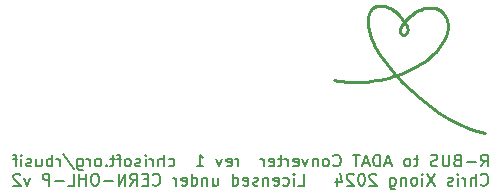
<source format=gbr>
From 11424e61e0315c527d740a2c19b01d88b3a6c7f0 Mon Sep 17 00:00:00 2001
From: Chris Xiong <chirs241097@gmail.com>
Date: Sat, 17 Feb 2024 19:04:54 -0500
Subject: Initial commit for rev 1 board.

---
 out/rbus-adat-B_Silkscreen.gbr | 1821 ++++++++++++++++++++++++++++++++++++++++
 1 file changed, 1821 insertions(+)
 create mode 100644 out/rbus-adat-B_Silkscreen.gbr

(limited to 'out/rbus-adat-B_Silkscreen.gbr')

diff --git a/out/rbus-adat-B_Silkscreen.gbr b/out/rbus-adat-B_Silkscreen.gbr
new file mode 100644
index 0000000..64c42af
--- /dev/null
+++ b/out/rbus-adat-B_Silkscreen.gbr
@@ -0,0 +1,1821 @@
+%TF.GenerationSoftware,KiCad,Pcbnew,7.0.10*%
+%TF.CreationDate,2024-02-17T01:46:53-05:00*%
+%TF.ProjectId,rbus-adat,72627573-2d61-4646-9174-2e6b69636164,0*%
+%TF.SameCoordinates,Original*%
+%TF.FileFunction,Legend,Bot*%
+%TF.FilePolarity,Positive*%
+%FSLAX46Y46*%
+G04 Gerber Fmt 4.6, Leading zero omitted, Abs format (unit mm)*
+G04 Created by KiCad (PCBNEW 7.0.10) date 2024-02-17 01:46:53*
+%MOMM*%
+%LPD*%
+G01*
+G04 APERTURE LIST*
+%ADD10C,0.240000*%
+%ADD11C,0.150000*%
+G04 APERTURE END LIST*
+D10*
+X153791542Y-80981282D02*
+X153745875Y-81031136D01*
+X157286733Y-80661619D02*
+X157270017Y-80763017D01*
+X155811437Y-78799717D02*
+X155937687Y-78799651D01*
+X153306705Y-80948051D02*
+X153290616Y-80916605D01*
+X151790474Y-78653941D02*
+X151864968Y-78668960D01*
+X148000000Y-85000000D02*
+X147677589Y-84934025D01*
+X153276833Y-80882542D02*
+X153265760Y-80845789D01*
+X157119735Y-81251344D02*
+X156995974Y-81526772D01*
+X157297926Y-80561036D02*
+X157286733Y-80661619D01*
+X152017014Y-78710456D02*
+X152160008Y-78759223D01*
+X153771578Y-80237640D02*
+X153807336Y-80310619D01*
+X149020807Y-85113538D02*
+X148672733Y-85089563D01*
+X153252860Y-80718680D02*
+X153256684Y-80670454D01*
+X156898246Y-79271344D02*
+X156953093Y-79338303D01*
+X153364749Y-81027393D02*
+X153344176Y-81003373D01*
+X153549014Y-81154156D02*
+X153519892Y-81141595D01*
+X156273798Y-78855209D02*
+X156353128Y-78882729D01*
+X150807009Y-81391619D02*
+X150686271Y-81047869D01*
+X156680811Y-82051735D02*
+X156491657Y-82300882D01*
+X153653109Y-81103026D02*
+X153612237Y-81126393D01*
+X155549485Y-78822465D02*
+X155681983Y-78807127D01*
+X151138522Y-82104477D02*
+X150958318Y-81744301D01*
+X153896812Y-80673627D02*
+X153894511Y-80722428D01*
+X150464917Y-85075261D02*
+X150098365Y-85104569D01*
+X150641082Y-79302340D02*
+X150671050Y-79226647D01*
+X150912387Y-78870934D02*
+X150961957Y-78827644D01*
+X153018487Y-84521577D02*
+X152662877Y-84636659D01*
+X151578892Y-82841549D02*
+X151138522Y-82104477D01*
+X149734747Y-85120847D02*
+X149375186Y-85123902D01*
+X153888215Y-80566330D02*
+X153894843Y-80621622D01*
+X153859428Y-80445548D02*
+X153876540Y-80507666D01*
+X155754903Y-87127632D02*
+X154943470Y-86487096D01*
+X153745875Y-81031136D02*
+X153698693Y-81071496D01*
+X153807336Y-80310619D02*
+X153836489Y-80379894D01*
+X153438808Y-80243568D02*
+X153491884Y-80168969D01*
+X150570696Y-79558433D02*
+X150590807Y-79468189D01*
+X156995974Y-81526772D02*
+X156849291Y-81793633D01*
+X154092075Y-79540276D02*
+X154246263Y-79413560D01*
+X153393307Y-80314621D02*
+X153438808Y-80243568D01*
+X153368037Y-84395018D02*
+X153018487Y-84521577D01*
+X153612237Y-81126393D02*
+X153579189Y-81142260D01*
+X155550794Y-83204047D02*
+X155275137Y-83405512D01*
+X150671050Y-79226647D02*
+X150704111Y-79155715D01*
+X153298204Y-80507213D02*
+X153323411Y-80446372D01*
+X152160008Y-78759223D02*
+X152293536Y-78811320D01*
+X153265760Y-80845789D02*
+X153257804Y-80806276D01*
+X152645394Y-78989469D02*
+X152749127Y-79056765D01*
+X150686271Y-81047869D02*
+X150597786Y-80714492D01*
+X157270017Y-80763017D02*
+X157247636Y-80865051D01*
+X153620789Y-79995654D02*
+X153678694Y-80080241D01*
+X150614302Y-79382840D02*
+X150641082Y-79302340D01*
+X154943470Y-86487096D02*
+X154160300Y-85801681D01*
+X157004518Y-79408751D02*
+X157052382Y-79482511D01*
+X155135316Y-78921883D02*
+X155275992Y-78879259D01*
+X156192449Y-78832963D02*
+X156273798Y-78855209D01*
+X153710404Y-84257176D02*
+X153368037Y-84395018D01*
+X151183383Y-78698564D02*
+X151244040Y-78677093D01*
+X157247636Y-80865051D02*
+X157219450Y-80967544D01*
+X153202444Y-79461066D02*
+X153285684Y-79556808D01*
+X150779118Y-79027959D02*
+X150820870Y-78971047D01*
+X150541012Y-79753780D02*
+X150554065Y-79653615D01*
+X156491657Y-82300882D02*
+X156282955Y-82540881D01*
+X153728827Y-80160876D02*
+X153771578Y-80237640D01*
+X157303734Y-80461445D02*
+X157297926Y-80561036D01*
+X153278951Y-80564792D02*
+X153298204Y-80507213D01*
+X159765855Y-89254088D02*
+X159395930Y-89145910D01*
+X157205420Y-79807104D02*
+X157233374Y-79894748D01*
+X154246263Y-79413560D02*
+X154398999Y-79300608D01*
+X151013939Y-78788806D02*
+X151068235Y-78754376D01*
+X156109221Y-78816169D02*
+X156192449Y-78832963D01*
+X157219450Y-80967544D02*
+X157119735Y-81251344D01*
+X156282955Y-82540881D02*
+X156055828Y-82771538D01*
+X153888330Y-80768107D02*
+X153878658Y-80810747D01*
+X155414102Y-78846315D02*
+X155549485Y-78822465D01*
+X151124749Y-78724310D02*
+X151183383Y-78698564D01*
+X151864968Y-78668960D02*
+X151940514Y-78687813D01*
+X160122696Y-89333772D02*
+X159765855Y-89254088D01*
+X151504957Y-78633081D02*
+X151574273Y-78632325D01*
+X151068235Y-78754376D02*
+X151124749Y-78724310D01*
+X157136865Y-79639254D02*
+X157173204Y-79721880D01*
+X152662877Y-84636659D02*
+X152302332Y-84740069D01*
+X156840118Y-79208055D02*
+X156898246Y-79271344D01*
+X152941104Y-79204357D02*
+X153030960Y-79285029D01*
+X151570931Y-84911100D02*
+X151202324Y-84978333D01*
+X157052382Y-79482511D02*
+X157096545Y-79559405D01*
+X150531633Y-79858971D02*
+X150541012Y-79753780D01*
+X153257804Y-80806276D02*
+X153253369Y-80763929D01*
+X153324693Y-80976950D02*
+X153306705Y-80948051D01*
+X151244040Y-78677093D02*
+X151306623Y-78659854D01*
+X150098365Y-85104569D02*
+X149734747Y-85120847D01*
+X153256684Y-80670454D02*
+X153265246Y-80619182D01*
+X149375186Y-85123902D02*
+X149020807Y-85113538D01*
+X150590807Y-79468189D02*
+X150614302Y-79382840D01*
+X155275992Y-78879259D02*
+X155414102Y-78846315D01*
+X154550123Y-79200837D02*
+X154699476Y-79113662D01*
+X154369090Y-83948419D02*
+X154044463Y-84108245D01*
+X153386005Y-81049081D02*
+X153364749Y-81027393D01*
+X148672733Y-85089563D02*
+X148332090Y-85051782D01*
+X153878658Y-80810747D02*
+X153865883Y-80850432D01*
+X156647450Y-79041980D02*
+X156714580Y-79093194D01*
+X151645029Y-78635579D02*
+X151717128Y-78642799D01*
+X157408823Y-88228006D02*
+X156581165Y-87711774D01*
+X157256925Y-79984634D02*
+X157275933Y-80076583D01*
+X153622382Y-80008843D02*
+X153779975Y-79837333D01*
+X159395930Y-89145910D02*
+X159014601Y-89010678D01*
+X156953093Y-79338303D02*
+X157004518Y-79408751D01*
+X159014601Y-89010678D02*
+X158224446Y-88664813D01*
+X151937975Y-84831615D02*
+X151570931Y-84911100D01*
+X150704111Y-79155715D02*
+X150740165Y-79089501D01*
+X153894843Y-80621622D02*
+X153896812Y-80673627D01*
+X150865326Y-78918720D02*
+X150912387Y-78870934D01*
+X151371035Y-78646801D02*
+X151437179Y-78637892D01*
+X160464775Y-89383525D02*
+X160122696Y-89333772D01*
+X152749127Y-79056765D02*
+X152847428Y-79128332D01*
+X156778850Y-79148612D02*
+X156840118Y-79208055D01*
+X153323411Y-80446372D02*
+X153354977Y-80382198D01*
+X156581165Y-87711774D02*
+X155754903Y-87127632D01*
+X153832583Y-80921269D02*
+X153812835Y-80952587D01*
+X150543231Y-80392926D02*
+X150524286Y-80084612D01*
+X156055828Y-82771538D02*
+X155811399Y-82992658D01*
+X153285684Y-79556808D02*
+X153368332Y-79657950D01*
+X153290616Y-80916605D02*
+X153276833Y-80882542D01*
+X153812835Y-80952587D02*
+X153791542Y-80981282D01*
+X152535423Y-78926255D02*
+X152645394Y-78989469D01*
+X148332090Y-85051782D02*
+X148000000Y-85000000D01*
+X150740165Y-79089501D02*
+X150779118Y-79027959D01*
+X152302332Y-84740069D02*
+X151937975Y-84831615D01*
+X153519892Y-81141595D02*
+X153488354Y-81125037D01*
+X157173204Y-79721880D02*
+X157205420Y-79807104D01*
+X152114688Y-83591322D02*
+X151578892Y-82841549D01*
+X150554065Y-79653615D02*
+X150570696Y-79558433D01*
+X154683160Y-83777892D02*
+X154369090Y-83948419D01*
+X153698693Y-81071496D02*
+X153653109Y-81103026D01*
+X153344176Y-81003373D02*
+X153324693Y-80976950D01*
+X150958318Y-81744301D02*
+X150807009Y-81391619D01*
+X156430299Y-78915345D02*
+X156505169Y-78952877D01*
+X156353128Y-78882729D02*
+X156430299Y-78915345D01*
+X153936592Y-79681339D02*
+X154092075Y-79540276D01*
+X151202324Y-84978333D02*
+X150833278Y-85033118D01*
+X153865883Y-80850432D02*
+X153850395Y-80887245D01*
+X152847428Y-79128332D02*
+X152941104Y-79204357D01*
+X157096545Y-79559405D02*
+X157136865Y-79639254D01*
+X150526025Y-79969234D02*
+X150531633Y-79858971D01*
+X153894511Y-80722428D02*
+X153888330Y-80768107D01*
+X153265246Y-80619182D02*
+X153278951Y-80564792D01*
+X155681983Y-78807127D02*
+X155811437Y-78799717D01*
+X154846899Y-79038501D02*
+X154992231Y-78974769D01*
+X157304299Y-80363027D02*
+X157303734Y-80461445D01*
+X153488354Y-81125037D02*
+X153449822Y-81100866D01*
+X150961957Y-78827644D02*
+X151013939Y-78788806D01*
+X153876540Y-80507666D02*
+X153888215Y-80566330D01*
+X150820870Y-78971047D02*
+X150865326Y-78918720D01*
+X154992231Y-78974769D02*
+X155135316Y-78921883D01*
+X156577600Y-78995149D02*
+X156647450Y-79041980D01*
+X154044463Y-84108245D02*
+X153710404Y-84257176D01*
+X157233374Y-79894748D02*
+X157256925Y-79984634D01*
+X150833278Y-85033118D02*
+X150464917Y-85075261D01*
+X152732476Y-84342278D02*
+X152114688Y-83591322D01*
+X153678694Y-80080241D02*
+X153728827Y-80160876D01*
+X156714580Y-79093194D02*
+X156778850Y-79148612D01*
+X153449822Y-81100866D02*
+X153407539Y-81068508D01*
+X157290258Y-80170417D02*
+X157299761Y-80265958D01*
+X153117805Y-79370536D02*
+X153202444Y-79461066D01*
+X153407539Y-81068508D02*
+X153386005Y-81049081D01*
+X153836489Y-80379894D02*
+X153859428Y-80445548D01*
+X153579189Y-81142260D02*
+X153549014Y-81154156D01*
+X155811399Y-82992658D02*
+X155550794Y-83204047D01*
+X151717128Y-78642799D02*
+X151790474Y-78653941D01*
+X151940514Y-78687813D02*
+X152017014Y-78710456D01*
+X157299761Y-80265958D02*
+X157304299Y-80363027D01*
+X158224446Y-88664813D02*
+X157408823Y-88228006D01*
+X153253369Y-80763929D02*
+X153252860Y-80718680D01*
+X150597786Y-80714492D02*
+X150543231Y-80392926D01*
+X154398999Y-79300608D02*
+X154550123Y-79200837D01*
+X153418825Y-85082903D02*
+X152732476Y-84342278D01*
+X153491884Y-80168969D02*
+X153552940Y-80090750D01*
+X153779975Y-79837333D02*
+X153936592Y-79681339D01*
+X154985551Y-83596859D02*
+X154683160Y-83777892D01*
+X152293536Y-78811320D02*
+X152418405Y-78866934D01*
+X154699476Y-79113662D02*
+X154846899Y-79038501D01*
+X153552940Y-80090750D02*
+X153622382Y-80008843D01*
+X153030960Y-79285029D02*
+X153117805Y-79370536D01*
+X151574273Y-78632325D02*
+X151645029Y-78635579D01*
+X150524286Y-80084612D02*
+X150526025Y-79969234D01*
+X151437179Y-78637892D02*
+X151504957Y-78633081D01*
+X152418405Y-78866934D02*
+X152535423Y-78926255D01*
+X156505169Y-78952877D02*
+X156577600Y-78995149D01*
+X155275137Y-83405512D02*
+X154985551Y-83596859D01*
+X153850395Y-80887245D02*
+X153832583Y-80921269D01*
+X157275933Y-80076583D02*
+X157290258Y-80170417D01*
+X151306623Y-78659854D02*
+X151371035Y-78646801D01*
+X153354977Y-80382198D02*
+X153393307Y-80314621D01*
+X155937687Y-78799651D02*
+X156024253Y-78805005D01*
+X156849291Y-81793633D02*
+X156680811Y-82051735D01*
+X154160300Y-85801681D02*
+X153418825Y-85082903D01*
+X153451194Y-79764679D02*
+X153620789Y-79995654D01*
+X156024253Y-78805005D02*
+X156109221Y-78816169D01*
+X153368332Y-79657950D02*
+X153451194Y-79764679D01*
+D11*
+X160091792Y-92259819D02*
+X160425125Y-91783628D01*
+X160663220Y-92259819D02*
+X160663220Y-91259819D01*
+X160663220Y-91259819D02*
+X160282268Y-91259819D01*
+X160282268Y-91259819D02*
+X160187030Y-91307438D01*
+X160187030Y-91307438D02*
+X160139411Y-91355057D01*
+X160139411Y-91355057D02*
+X160091792Y-91450295D01*
+X160091792Y-91450295D02*
+X160091792Y-91593152D01*
+X160091792Y-91593152D02*
+X160139411Y-91688390D01*
+X160139411Y-91688390D02*
+X160187030Y-91736009D01*
+X160187030Y-91736009D02*
+X160282268Y-91783628D01*
+X160282268Y-91783628D02*
+X160663220Y-91783628D01*
+X159663220Y-91878866D02*
+X158901316Y-91878866D01*
+X158091792Y-91736009D02*
+X157948935Y-91783628D01*
+X157948935Y-91783628D02*
+X157901316Y-91831247D01*
+X157901316Y-91831247D02*
+X157853697Y-91926485D01*
+X157853697Y-91926485D02*
+X157853697Y-92069342D01*
+X157853697Y-92069342D02*
+X157901316Y-92164580D01*
+X157901316Y-92164580D02*
+X157948935Y-92212200D01*
+X157948935Y-92212200D02*
+X158044173Y-92259819D01*
+X158044173Y-92259819D02*
+X158425125Y-92259819D01*
+X158425125Y-92259819D02*
+X158425125Y-91259819D01*
+X158425125Y-91259819D02*
+X158091792Y-91259819D01*
+X158091792Y-91259819D02*
+X157996554Y-91307438D01*
+X157996554Y-91307438D02*
+X157948935Y-91355057D01*
+X157948935Y-91355057D02*
+X157901316Y-91450295D01*
+X157901316Y-91450295D02*
+X157901316Y-91545533D01*
+X157901316Y-91545533D02*
+X157948935Y-91640771D01*
+X157948935Y-91640771D02*
+X157996554Y-91688390D01*
+X157996554Y-91688390D02*
+X158091792Y-91736009D01*
+X158091792Y-91736009D02*
+X158425125Y-91736009D01*
+X157425125Y-91259819D02*
+X157425125Y-92069342D01*
+X157425125Y-92069342D02*
+X157377506Y-92164580D01*
+X157377506Y-92164580D02*
+X157329887Y-92212200D01*
+X157329887Y-92212200D02*
+X157234649Y-92259819D01*
+X157234649Y-92259819D02*
+X157044173Y-92259819D01*
+X157044173Y-92259819D02*
+X156948935Y-92212200D01*
+X156948935Y-92212200D02*
+X156901316Y-92164580D01*
+X156901316Y-92164580D02*
+X156853697Y-92069342D01*
+X156853697Y-92069342D02*
+X156853697Y-91259819D01*
+X156425125Y-92212200D02*
+X156282268Y-92259819D01*
+X156282268Y-92259819D02*
+X156044173Y-92259819D01*
+X156044173Y-92259819D02*
+X155948935Y-92212200D01*
+X155948935Y-92212200D02*
+X155901316Y-92164580D01*
+X155901316Y-92164580D02*
+X155853697Y-92069342D01*
+X155853697Y-92069342D02*
+X155853697Y-91974104D01*
+X155853697Y-91974104D02*
+X155901316Y-91878866D01*
+X155901316Y-91878866D02*
+X155948935Y-91831247D01*
+X155948935Y-91831247D02*
+X156044173Y-91783628D01*
+X156044173Y-91783628D02*
+X156234649Y-91736009D01*
+X156234649Y-91736009D02*
+X156329887Y-91688390D01*
+X156329887Y-91688390D02*
+X156377506Y-91640771D01*
+X156377506Y-91640771D02*
+X156425125Y-91545533D01*
+X156425125Y-91545533D02*
+X156425125Y-91450295D01*
+X156425125Y-91450295D02*
+X156377506Y-91355057D01*
+X156377506Y-91355057D02*
+X156329887Y-91307438D01*
+X156329887Y-91307438D02*
+X156234649Y-91259819D01*
+X156234649Y-91259819D02*
+X155996554Y-91259819D01*
+X155996554Y-91259819D02*
+X155853697Y-91307438D01*
+X154806077Y-91593152D02*
+X154425125Y-91593152D01*
+X154663220Y-91259819D02*
+X154663220Y-92116961D01*
+X154663220Y-92116961D02*
+X154615601Y-92212200D01*
+X154615601Y-92212200D02*
+X154520363Y-92259819D01*
+X154520363Y-92259819D02*
+X154425125Y-92259819D01*
+X153948934Y-92259819D02*
+X154044172Y-92212200D01*
+X154044172Y-92212200D02*
+X154091791Y-92164580D01*
+X154091791Y-92164580D02*
+X154139410Y-92069342D01*
+X154139410Y-92069342D02*
+X154139410Y-91783628D01*
+X154139410Y-91783628D02*
+X154091791Y-91688390D01*
+X154091791Y-91688390D02*
+X154044172Y-91640771D01*
+X154044172Y-91640771D02*
+X153948934Y-91593152D01*
+X153948934Y-91593152D02*
+X153806077Y-91593152D01*
+X153806077Y-91593152D02*
+X153710839Y-91640771D01*
+X153710839Y-91640771D02*
+X153663220Y-91688390D01*
+X153663220Y-91688390D02*
+X153615601Y-91783628D01*
+X153615601Y-91783628D02*
+X153615601Y-92069342D01*
+X153615601Y-92069342D02*
+X153663220Y-92164580D01*
+X153663220Y-92164580D02*
+X153710839Y-92212200D01*
+X153710839Y-92212200D02*
+X153806077Y-92259819D01*
+X153806077Y-92259819D02*
+X153948934Y-92259819D01*
+X152472743Y-91974104D02*
+X151996553Y-91974104D01*
+X152567981Y-92259819D02*
+X152234648Y-91259819D01*
+X152234648Y-91259819D02*
+X151901315Y-92259819D01*
+X151567981Y-92259819D02*
+X151567981Y-91259819D01*
+X151567981Y-91259819D02*
+X151329886Y-91259819D01*
+X151329886Y-91259819D02*
+X151187029Y-91307438D01*
+X151187029Y-91307438D02*
+X151091791Y-91402676D01*
+X151091791Y-91402676D02*
+X151044172Y-91497914D01*
+X151044172Y-91497914D02*
+X150996553Y-91688390D01*
+X150996553Y-91688390D02*
+X150996553Y-91831247D01*
+X150996553Y-91831247D02*
+X151044172Y-92021723D01*
+X151044172Y-92021723D02*
+X151091791Y-92116961D01*
+X151091791Y-92116961D02*
+X151187029Y-92212200D01*
+X151187029Y-92212200D02*
+X151329886Y-92259819D01*
+X151329886Y-92259819D02*
+X151567981Y-92259819D01*
+X150615600Y-91974104D02*
+X150139410Y-91974104D01*
+X150710838Y-92259819D02*
+X150377505Y-91259819D01*
+X150377505Y-91259819D02*
+X150044172Y-92259819D01*
+X149853695Y-91259819D02*
+X149282267Y-91259819D01*
+X149567981Y-92259819D02*
+X149567981Y-91259819D01*
+X147615600Y-92164580D02*
+X147663219Y-92212200D01*
+X147663219Y-92212200D02*
+X147806076Y-92259819D01*
+X147806076Y-92259819D02*
+X147901314Y-92259819D01*
+X147901314Y-92259819D02*
+X148044171Y-92212200D01*
+X148044171Y-92212200D02*
+X148139409Y-92116961D01*
+X148139409Y-92116961D02*
+X148187028Y-92021723D01*
+X148187028Y-92021723D02*
+X148234647Y-91831247D01*
+X148234647Y-91831247D02*
+X148234647Y-91688390D01*
+X148234647Y-91688390D02*
+X148187028Y-91497914D01*
+X148187028Y-91497914D02*
+X148139409Y-91402676D01*
+X148139409Y-91402676D02*
+X148044171Y-91307438D01*
+X148044171Y-91307438D02*
+X147901314Y-91259819D01*
+X147901314Y-91259819D02*
+X147806076Y-91259819D01*
+X147806076Y-91259819D02*
+X147663219Y-91307438D01*
+X147663219Y-91307438D02*
+X147615600Y-91355057D01*
+X147044171Y-92259819D02*
+X147139409Y-92212200D01*
+X147139409Y-92212200D02*
+X147187028Y-92164580D01*
+X147187028Y-92164580D02*
+X147234647Y-92069342D01*
+X147234647Y-92069342D02*
+X147234647Y-91783628D01*
+X147234647Y-91783628D02*
+X147187028Y-91688390D01*
+X147187028Y-91688390D02*
+X147139409Y-91640771D01*
+X147139409Y-91640771D02*
+X147044171Y-91593152D01*
+X147044171Y-91593152D02*
+X146901314Y-91593152D01*
+X146901314Y-91593152D02*
+X146806076Y-91640771D01*
+X146806076Y-91640771D02*
+X146758457Y-91688390D01*
+X146758457Y-91688390D02*
+X146710838Y-91783628D01*
+X146710838Y-91783628D02*
+X146710838Y-92069342D01*
+X146710838Y-92069342D02*
+X146758457Y-92164580D01*
+X146758457Y-92164580D02*
+X146806076Y-92212200D01*
+X146806076Y-92212200D02*
+X146901314Y-92259819D01*
+X146901314Y-92259819D02*
+X147044171Y-92259819D01*
+X146282266Y-91593152D02*
+X146282266Y-92259819D01*
+X146282266Y-91688390D02*
+X146234647Y-91640771D01*
+X146234647Y-91640771D02*
+X146139409Y-91593152D01*
+X146139409Y-91593152D02*
+X145996552Y-91593152D01*
+X145996552Y-91593152D02*
+X145901314Y-91640771D01*
+X145901314Y-91640771D02*
+X145853695Y-91736009D01*
+X145853695Y-91736009D02*
+X145853695Y-92259819D01*
+X145472742Y-91593152D02*
+X145234647Y-92259819D01*
+X145234647Y-92259819D02*
+X144996552Y-91593152D01*
+X144234647Y-92212200D02*
+X144329885Y-92259819D01*
+X144329885Y-92259819D02*
+X144520361Y-92259819D01*
+X144520361Y-92259819D02*
+X144615599Y-92212200D01*
+X144615599Y-92212200D02*
+X144663218Y-92116961D01*
+X144663218Y-92116961D02*
+X144663218Y-91736009D01*
+X144663218Y-91736009D02*
+X144615599Y-91640771D01*
+X144615599Y-91640771D02*
+X144520361Y-91593152D01*
+X144520361Y-91593152D02*
+X144329885Y-91593152D01*
+X144329885Y-91593152D02*
+X144234647Y-91640771D01*
+X144234647Y-91640771D02*
+X144187028Y-91736009D01*
+X144187028Y-91736009D02*
+X144187028Y-91831247D01*
+X144187028Y-91831247D02*
+X144663218Y-91926485D01*
+X143758456Y-92259819D02*
+X143758456Y-91593152D01*
+X143758456Y-91783628D02*
+X143710837Y-91688390D01*
+X143710837Y-91688390D02*
+X143663218Y-91640771D01*
+X143663218Y-91640771D02*
+X143567980Y-91593152D01*
+X143567980Y-91593152D02*
+X143472742Y-91593152D01*
+X143282265Y-91593152D02*
+X142901313Y-91593152D01*
+X143139408Y-91259819D02*
+X143139408Y-92116961D01*
+X143139408Y-92116961D02*
+X143091789Y-92212200D01*
+X143091789Y-92212200D02*
+X142996551Y-92259819D01*
+X142996551Y-92259819D02*
+X142901313Y-92259819D01*
+X142187027Y-92212200D02*
+X142282265Y-92259819D01*
+X142282265Y-92259819D02*
+X142472741Y-92259819D01*
+X142472741Y-92259819D02*
+X142567979Y-92212200D01*
+X142567979Y-92212200D02*
+X142615598Y-92116961D01*
+X142615598Y-92116961D02*
+X142615598Y-91736009D01*
+X142615598Y-91736009D02*
+X142567979Y-91640771D01*
+X142567979Y-91640771D02*
+X142472741Y-91593152D01*
+X142472741Y-91593152D02*
+X142282265Y-91593152D01*
+X142282265Y-91593152D02*
+X142187027Y-91640771D01*
+X142187027Y-91640771D02*
+X142139408Y-91736009D01*
+X142139408Y-91736009D02*
+X142139408Y-91831247D01*
+X142139408Y-91831247D02*
+X142615598Y-91926485D01*
+X141710836Y-92259819D02*
+X141710836Y-91593152D01*
+X141710836Y-91783628D02*
+X141663217Y-91688390D01*
+X141663217Y-91688390D02*
+X141615598Y-91640771D01*
+X141615598Y-91640771D02*
+X141520360Y-91593152D01*
+X141520360Y-91593152D02*
+X141425122Y-91593152D01*
+X139567978Y-92259819D02*
+X139567978Y-91593152D01*
+X139567978Y-91783628D02*
+X139520359Y-91688390D01*
+X139520359Y-91688390D02*
+X139472740Y-91640771D01*
+X139472740Y-91640771D02*
+X139377502Y-91593152D01*
+X139377502Y-91593152D02*
+X139282264Y-91593152D01*
+X138567978Y-92212200D02*
+X138663216Y-92259819D01*
+X138663216Y-92259819D02*
+X138853692Y-92259819D01*
+X138853692Y-92259819D02*
+X138948930Y-92212200D01*
+X138948930Y-92212200D02*
+X138996549Y-92116961D01*
+X138996549Y-92116961D02*
+X138996549Y-91736009D01*
+X138996549Y-91736009D02*
+X138948930Y-91640771D01*
+X138948930Y-91640771D02*
+X138853692Y-91593152D01*
+X138853692Y-91593152D02*
+X138663216Y-91593152D01*
+X138663216Y-91593152D02*
+X138567978Y-91640771D01*
+X138567978Y-91640771D02*
+X138520359Y-91736009D01*
+X138520359Y-91736009D02*
+X138520359Y-91831247D01*
+X138520359Y-91831247D02*
+X138996549Y-91926485D01*
+X138187025Y-91593152D02*
+X137948930Y-92259819D01*
+X137948930Y-92259819D02*
+X137710835Y-91593152D01*
+X136044168Y-92259819D02*
+X136615596Y-92259819D01*
+X136329882Y-92259819D02*
+X136329882Y-91259819D01*
+X136329882Y-91259819D02*
+X136425120Y-91402676D01*
+X136425120Y-91402676D02*
+X136520358Y-91497914D01*
+X136520358Y-91497914D02*
+X136615596Y-91545533D01*
+X133663215Y-92212200D02*
+X133758453Y-92259819D01*
+X133758453Y-92259819D02*
+X133948929Y-92259819D01*
+X133948929Y-92259819D02*
+X134044167Y-92212200D01*
+X134044167Y-92212200D02*
+X134091786Y-92164580D01*
+X134091786Y-92164580D02*
+X134139405Y-92069342D01*
+X134139405Y-92069342D02*
+X134139405Y-91783628D01*
+X134139405Y-91783628D02*
+X134091786Y-91688390D01*
+X134091786Y-91688390D02*
+X134044167Y-91640771D01*
+X134044167Y-91640771D02*
+X133948929Y-91593152D01*
+X133948929Y-91593152D02*
+X133758453Y-91593152D01*
+X133758453Y-91593152D02*
+X133663215Y-91640771D01*
+X133234643Y-92259819D02*
+X133234643Y-91259819D01*
+X132806072Y-92259819D02*
+X132806072Y-91736009D01*
+X132806072Y-91736009D02*
+X132853691Y-91640771D01*
+X132853691Y-91640771D02*
+X132948929Y-91593152D01*
+X132948929Y-91593152D02*
+X133091786Y-91593152D01*
+X133091786Y-91593152D02*
+X133187024Y-91640771D01*
+X133187024Y-91640771D02*
+X133234643Y-91688390D01*
+X132329881Y-92259819D02*
+X132329881Y-91593152D01*
+X132329881Y-91783628D02*
+X132282262Y-91688390D01*
+X132282262Y-91688390D02*
+X132234643Y-91640771D01*
+X132234643Y-91640771D02*
+X132139405Y-91593152D01*
+X132139405Y-91593152D02*
+X132044167Y-91593152D01*
+X131710833Y-92259819D02*
+X131710833Y-91593152D01*
+X131710833Y-91259819D02*
+X131758452Y-91307438D01*
+X131758452Y-91307438D02*
+X131710833Y-91355057D01*
+X131710833Y-91355057D02*
+X131663214Y-91307438D01*
+X131663214Y-91307438D02*
+X131710833Y-91259819D01*
+X131710833Y-91259819D02*
+X131710833Y-91355057D01*
+X131282262Y-92212200D02*
+X131187024Y-92259819D01*
+X131187024Y-92259819D02*
+X130996548Y-92259819D01*
+X130996548Y-92259819D02*
+X130901310Y-92212200D01*
+X130901310Y-92212200D02*
+X130853691Y-92116961D01*
+X130853691Y-92116961D02*
+X130853691Y-92069342D01*
+X130853691Y-92069342D02*
+X130901310Y-91974104D01*
+X130901310Y-91974104D02*
+X130996548Y-91926485D01*
+X130996548Y-91926485D02*
+X131139405Y-91926485D01*
+X131139405Y-91926485D02*
+X131234643Y-91878866D01*
+X131234643Y-91878866D02*
+X131282262Y-91783628D01*
+X131282262Y-91783628D02*
+X131282262Y-91736009D01*
+X131282262Y-91736009D02*
+X131234643Y-91640771D01*
+X131234643Y-91640771D02*
+X131139405Y-91593152D01*
+X131139405Y-91593152D02*
+X130996548Y-91593152D01*
+X130996548Y-91593152D02*
+X130901310Y-91640771D01*
+X130282262Y-92259819D02*
+X130377500Y-92212200D01*
+X130377500Y-92212200D02*
+X130425119Y-92164580D01*
+X130425119Y-92164580D02*
+X130472738Y-92069342D01*
+X130472738Y-92069342D02*
+X130472738Y-91783628D01*
+X130472738Y-91783628D02*
+X130425119Y-91688390D01*
+X130425119Y-91688390D02*
+X130377500Y-91640771D01*
+X130377500Y-91640771D02*
+X130282262Y-91593152D01*
+X130282262Y-91593152D02*
+X130139405Y-91593152D01*
+X130139405Y-91593152D02*
+X130044167Y-91640771D01*
+X130044167Y-91640771D02*
+X129996548Y-91688390D01*
+X129996548Y-91688390D02*
+X129948929Y-91783628D01*
+X129948929Y-91783628D02*
+X129948929Y-92069342D01*
+X129948929Y-92069342D02*
+X129996548Y-92164580D01*
+X129996548Y-92164580D02*
+X130044167Y-92212200D01*
+X130044167Y-92212200D02*
+X130139405Y-92259819D01*
+X130139405Y-92259819D02*
+X130282262Y-92259819D01*
+X129663214Y-91593152D02*
+X129282262Y-91593152D01*
+X129520357Y-92259819D02*
+X129520357Y-91402676D01*
+X129520357Y-91402676D02*
+X129472738Y-91307438D01*
+X129472738Y-91307438D02*
+X129377500Y-91259819D01*
+X129377500Y-91259819D02*
+X129282262Y-91259819D01*
+X129091785Y-91593152D02*
+X128710833Y-91593152D01*
+X128948928Y-91259819D02*
+X128948928Y-92116961D01*
+X128948928Y-92116961D02*
+X128901309Y-92212200D01*
+X128901309Y-92212200D02*
+X128806071Y-92259819D01*
+X128806071Y-92259819D02*
+X128710833Y-92259819D01*
+X128377499Y-92164580D02*
+X128329880Y-92212200D01*
+X128329880Y-92212200D02*
+X128377499Y-92259819D01*
+X128377499Y-92259819D02*
+X128425118Y-92212200D01*
+X128425118Y-92212200D02*
+X128377499Y-92164580D01*
+X128377499Y-92164580D02*
+X128377499Y-92259819D01*
+X127758452Y-92259819D02*
+X127853690Y-92212200D01*
+X127853690Y-92212200D02*
+X127901309Y-92164580D01*
+X127901309Y-92164580D02*
+X127948928Y-92069342D01*
+X127948928Y-92069342D02*
+X127948928Y-91783628D01*
+X127948928Y-91783628D02*
+X127901309Y-91688390D01*
+X127901309Y-91688390D02*
+X127853690Y-91640771D01*
+X127853690Y-91640771D02*
+X127758452Y-91593152D01*
+X127758452Y-91593152D02*
+X127615595Y-91593152D01*
+X127615595Y-91593152D02*
+X127520357Y-91640771D01*
+X127520357Y-91640771D02*
+X127472738Y-91688390D01*
+X127472738Y-91688390D02*
+X127425119Y-91783628D01*
+X127425119Y-91783628D02*
+X127425119Y-92069342D01*
+X127425119Y-92069342D02*
+X127472738Y-92164580D01*
+X127472738Y-92164580D02*
+X127520357Y-92212200D01*
+X127520357Y-92212200D02*
+X127615595Y-92259819D01*
+X127615595Y-92259819D02*
+X127758452Y-92259819D01*
+X126996547Y-92259819D02*
+X126996547Y-91593152D01*
+X126996547Y-91783628D02*
+X126948928Y-91688390D01*
+X126948928Y-91688390D02*
+X126901309Y-91640771D01*
+X126901309Y-91640771D02*
+X126806071Y-91593152D01*
+X126806071Y-91593152D02*
+X126710833Y-91593152D01*
+X125948928Y-91593152D02*
+X125948928Y-92402676D01*
+X125948928Y-92402676D02*
+X125996547Y-92497914D01*
+X125996547Y-92497914D02*
+X126044166Y-92545533D01*
+X126044166Y-92545533D02*
+X126139404Y-92593152D01*
+X126139404Y-92593152D02*
+X126282261Y-92593152D01*
+X126282261Y-92593152D02*
+X126377499Y-92545533D01*
+X125948928Y-92212200D02*
+X126044166Y-92259819D01*
+X126044166Y-92259819D02*
+X126234642Y-92259819D01*
+X126234642Y-92259819D02*
+X126329880Y-92212200D01*
+X126329880Y-92212200D02*
+X126377499Y-92164580D01*
+X126377499Y-92164580D02*
+X126425118Y-92069342D01*
+X126425118Y-92069342D02*
+X126425118Y-91783628D01*
+X126425118Y-91783628D02*
+X126377499Y-91688390D01*
+X126377499Y-91688390D02*
+X126329880Y-91640771D01*
+X126329880Y-91640771D02*
+X126234642Y-91593152D01*
+X126234642Y-91593152D02*
+X126044166Y-91593152D01*
+X126044166Y-91593152D02*
+X125948928Y-91640771D01*
+X124758452Y-91212200D02*
+X125615594Y-92497914D01*
+X124425118Y-92259819D02*
+X124425118Y-91593152D01*
+X124425118Y-91783628D02*
+X124377499Y-91688390D01*
+X124377499Y-91688390D02*
+X124329880Y-91640771D01*
+X124329880Y-91640771D02*
+X124234642Y-91593152D01*
+X124234642Y-91593152D02*
+X124139404Y-91593152D01*
+X123806070Y-92259819D02*
+X123806070Y-91259819D01*
+X123806070Y-91640771D02*
+X123710832Y-91593152D01*
+X123710832Y-91593152D02*
+X123520356Y-91593152D01*
+X123520356Y-91593152D02*
+X123425118Y-91640771D01*
+X123425118Y-91640771D02*
+X123377499Y-91688390D01*
+X123377499Y-91688390D02*
+X123329880Y-91783628D01*
+X123329880Y-91783628D02*
+X123329880Y-92069342D01*
+X123329880Y-92069342D02*
+X123377499Y-92164580D01*
+X123377499Y-92164580D02*
+X123425118Y-92212200D01*
+X123425118Y-92212200D02*
+X123520356Y-92259819D01*
+X123520356Y-92259819D02*
+X123710832Y-92259819D01*
+X123710832Y-92259819D02*
+X123806070Y-92212200D01*
+X122472737Y-91593152D02*
+X122472737Y-92259819D01*
+X122901308Y-91593152D02*
+X122901308Y-92116961D01*
+X122901308Y-92116961D02*
+X122853689Y-92212200D01*
+X122853689Y-92212200D02*
+X122758451Y-92259819D01*
+X122758451Y-92259819D02*
+X122615594Y-92259819D01*
+X122615594Y-92259819D02*
+X122520356Y-92212200D01*
+X122520356Y-92212200D02*
+X122472737Y-92164580D01*
+X122044165Y-92212200D02*
+X121948927Y-92259819D01*
+X121948927Y-92259819D02*
+X121758451Y-92259819D01*
+X121758451Y-92259819D02*
+X121663213Y-92212200D01*
+X121663213Y-92212200D02*
+X121615594Y-92116961D01*
+X121615594Y-92116961D02*
+X121615594Y-92069342D01*
+X121615594Y-92069342D02*
+X121663213Y-91974104D01*
+X121663213Y-91974104D02*
+X121758451Y-91926485D01*
+X121758451Y-91926485D02*
+X121901308Y-91926485D01*
+X121901308Y-91926485D02*
+X121996546Y-91878866D01*
+X121996546Y-91878866D02*
+X122044165Y-91783628D01*
+X122044165Y-91783628D02*
+X122044165Y-91736009D01*
+X122044165Y-91736009D02*
+X121996546Y-91640771D01*
+X121996546Y-91640771D02*
+X121901308Y-91593152D01*
+X121901308Y-91593152D02*
+X121758451Y-91593152D01*
+X121758451Y-91593152D02*
+X121663213Y-91640771D01*
+X121187022Y-92259819D02*
+X121187022Y-91593152D01*
+X121187022Y-91259819D02*
+X121234641Y-91307438D01*
+X121234641Y-91307438D02*
+X121187022Y-91355057D01*
+X121187022Y-91355057D02*
+X121139403Y-91307438D01*
+X121139403Y-91307438D02*
+X121187022Y-91259819D01*
+X121187022Y-91259819D02*
+X121187022Y-91355057D01*
+X120853689Y-91593152D02*
+X120472737Y-91593152D01*
+X120710832Y-92259819D02*
+X120710832Y-91402676D01*
+X120710832Y-91402676D02*
+X120663213Y-91307438D01*
+X120663213Y-91307438D02*
+X120567975Y-91259819D01*
+X120567975Y-91259819D02*
+X120472737Y-91259819D01*
+X160091792Y-93774580D02*
+X160139411Y-93822200D01*
+X160139411Y-93822200D02*
+X160282268Y-93869819D01*
+X160282268Y-93869819D02*
+X160377506Y-93869819D01*
+X160377506Y-93869819D02*
+X160520363Y-93822200D01*
+X160520363Y-93822200D02*
+X160615601Y-93726961D01*
+X160615601Y-93726961D02*
+X160663220Y-93631723D01*
+X160663220Y-93631723D02*
+X160710839Y-93441247D01*
+X160710839Y-93441247D02*
+X160710839Y-93298390D01*
+X160710839Y-93298390D02*
+X160663220Y-93107914D01*
+X160663220Y-93107914D02*
+X160615601Y-93012676D01*
+X160615601Y-93012676D02*
+X160520363Y-92917438D01*
+X160520363Y-92917438D02*
+X160377506Y-92869819D01*
+X160377506Y-92869819D02*
+X160282268Y-92869819D01*
+X160282268Y-92869819D02*
+X160139411Y-92917438D01*
+X160139411Y-92917438D02*
+X160091792Y-92965057D01*
+X159663220Y-93869819D02*
+X159663220Y-92869819D01*
+X159234649Y-93869819D02*
+X159234649Y-93346009D01*
+X159234649Y-93346009D02*
+X159282268Y-93250771D01*
+X159282268Y-93250771D02*
+X159377506Y-93203152D01*
+X159377506Y-93203152D02*
+X159520363Y-93203152D01*
+X159520363Y-93203152D02*
+X159615601Y-93250771D01*
+X159615601Y-93250771D02*
+X159663220Y-93298390D01*
+X158758458Y-93869819D02*
+X158758458Y-93203152D01*
+X158758458Y-93393628D02*
+X158710839Y-93298390D01*
+X158710839Y-93298390D02*
+X158663220Y-93250771D01*
+X158663220Y-93250771D02*
+X158567982Y-93203152D01*
+X158567982Y-93203152D02*
+X158472744Y-93203152D01*
+X158139410Y-93869819D02*
+X158139410Y-93203152D01*
+X158139410Y-92869819D02*
+X158187029Y-92917438D01*
+X158187029Y-92917438D02*
+X158139410Y-92965057D01*
+X158139410Y-92965057D02*
+X158091791Y-92917438D01*
+X158091791Y-92917438D02*
+X158139410Y-92869819D01*
+X158139410Y-92869819D02*
+X158139410Y-92965057D01*
+X157710839Y-93822200D02*
+X157615601Y-93869819D01*
+X157615601Y-93869819D02*
+X157425125Y-93869819D01*
+X157425125Y-93869819D02*
+X157329887Y-93822200D01*
+X157329887Y-93822200D02*
+X157282268Y-93726961D01*
+X157282268Y-93726961D02*
+X157282268Y-93679342D01*
+X157282268Y-93679342D02*
+X157329887Y-93584104D01*
+X157329887Y-93584104D02*
+X157425125Y-93536485D01*
+X157425125Y-93536485D02*
+X157567982Y-93536485D01*
+X157567982Y-93536485D02*
+X157663220Y-93488866D01*
+X157663220Y-93488866D02*
+X157710839Y-93393628D01*
+X157710839Y-93393628D02*
+X157710839Y-93346009D01*
+X157710839Y-93346009D02*
+X157663220Y-93250771D01*
+X157663220Y-93250771D02*
+X157567982Y-93203152D01*
+X157567982Y-93203152D02*
+X157425125Y-93203152D01*
+X157425125Y-93203152D02*
+X157329887Y-93250771D01*
+X156187029Y-92869819D02*
+X155520363Y-93869819D01*
+X155520363Y-92869819D02*
+X156187029Y-93869819D01*
+X155139410Y-93869819D02*
+X155139410Y-93203152D01*
+X155139410Y-92869819D02*
+X155187029Y-92917438D01*
+X155187029Y-92917438D02*
+X155139410Y-92965057D01*
+X155139410Y-92965057D02*
+X155091791Y-92917438D01*
+X155091791Y-92917438D02*
+X155139410Y-92869819D01*
+X155139410Y-92869819D02*
+X155139410Y-92965057D01*
+X154520363Y-93869819D02*
+X154615601Y-93822200D01*
+X154615601Y-93822200D02*
+X154663220Y-93774580D01*
+X154663220Y-93774580D02*
+X154710839Y-93679342D01*
+X154710839Y-93679342D02*
+X154710839Y-93393628D01*
+X154710839Y-93393628D02*
+X154663220Y-93298390D01*
+X154663220Y-93298390D02*
+X154615601Y-93250771D01*
+X154615601Y-93250771D02*
+X154520363Y-93203152D01*
+X154520363Y-93203152D02*
+X154377506Y-93203152D01*
+X154377506Y-93203152D02*
+X154282268Y-93250771D01*
+X154282268Y-93250771D02*
+X154234649Y-93298390D01*
+X154234649Y-93298390D02*
+X154187030Y-93393628D01*
+X154187030Y-93393628D02*
+X154187030Y-93679342D01*
+X154187030Y-93679342D02*
+X154234649Y-93774580D01*
+X154234649Y-93774580D02*
+X154282268Y-93822200D01*
+X154282268Y-93822200D02*
+X154377506Y-93869819D01*
+X154377506Y-93869819D02*
+X154520363Y-93869819D01*
+X153758458Y-93203152D02*
+X153758458Y-93869819D01*
+X153758458Y-93298390D02*
+X153710839Y-93250771D01*
+X153710839Y-93250771D02*
+X153615601Y-93203152D01*
+X153615601Y-93203152D02*
+X153472744Y-93203152D01*
+X153472744Y-93203152D02*
+X153377506Y-93250771D01*
+X153377506Y-93250771D02*
+X153329887Y-93346009D01*
+X153329887Y-93346009D02*
+X153329887Y-93869819D01*
+X152425125Y-93203152D02*
+X152425125Y-94012676D01*
+X152425125Y-94012676D02*
+X152472744Y-94107914D01*
+X152472744Y-94107914D02*
+X152520363Y-94155533D01*
+X152520363Y-94155533D02*
+X152615601Y-94203152D01*
+X152615601Y-94203152D02*
+X152758458Y-94203152D01*
+X152758458Y-94203152D02*
+X152853696Y-94155533D01*
+X152425125Y-93822200D02*
+X152520363Y-93869819D01*
+X152520363Y-93869819D02*
+X152710839Y-93869819D01*
+X152710839Y-93869819D02*
+X152806077Y-93822200D01*
+X152806077Y-93822200D02*
+X152853696Y-93774580D01*
+X152853696Y-93774580D02*
+X152901315Y-93679342D01*
+X152901315Y-93679342D02*
+X152901315Y-93393628D01*
+X152901315Y-93393628D02*
+X152853696Y-93298390D01*
+X152853696Y-93298390D02*
+X152806077Y-93250771D01*
+X152806077Y-93250771D02*
+X152710839Y-93203152D01*
+X152710839Y-93203152D02*
+X152520363Y-93203152D01*
+X152520363Y-93203152D02*
+X152425125Y-93250771D01*
+X151234648Y-92965057D02*
+X151187029Y-92917438D01*
+X151187029Y-92917438D02*
+X151091791Y-92869819D01*
+X151091791Y-92869819D02*
+X150853696Y-92869819D01*
+X150853696Y-92869819D02*
+X150758458Y-92917438D01*
+X150758458Y-92917438D02*
+X150710839Y-92965057D01*
+X150710839Y-92965057D02*
+X150663220Y-93060295D01*
+X150663220Y-93060295D02*
+X150663220Y-93155533D01*
+X150663220Y-93155533D02*
+X150710839Y-93298390D01*
+X150710839Y-93298390D02*
+X151282267Y-93869819D01*
+X151282267Y-93869819D02*
+X150663220Y-93869819D01*
+X150044172Y-92869819D02*
+X149948934Y-92869819D01*
+X149948934Y-92869819D02*
+X149853696Y-92917438D01*
+X149853696Y-92917438D02*
+X149806077Y-92965057D01*
+X149806077Y-92965057D02*
+X149758458Y-93060295D01*
+X149758458Y-93060295D02*
+X149710839Y-93250771D01*
+X149710839Y-93250771D02*
+X149710839Y-93488866D01*
+X149710839Y-93488866D02*
+X149758458Y-93679342D01*
+X149758458Y-93679342D02*
+X149806077Y-93774580D01*
+X149806077Y-93774580D02*
+X149853696Y-93822200D01*
+X149853696Y-93822200D02*
+X149948934Y-93869819D01*
+X149948934Y-93869819D02*
+X150044172Y-93869819D01*
+X150044172Y-93869819D02*
+X150139410Y-93822200D01*
+X150139410Y-93822200D02*
+X150187029Y-93774580D01*
+X150187029Y-93774580D02*
+X150234648Y-93679342D01*
+X150234648Y-93679342D02*
+X150282267Y-93488866D01*
+X150282267Y-93488866D02*
+X150282267Y-93250771D01*
+X150282267Y-93250771D02*
+X150234648Y-93060295D01*
+X150234648Y-93060295D02*
+X150187029Y-92965057D01*
+X150187029Y-92965057D02*
+X150139410Y-92917438D01*
+X150139410Y-92917438D02*
+X150044172Y-92869819D01*
+X149329886Y-92965057D02*
+X149282267Y-92917438D01*
+X149282267Y-92917438D02*
+X149187029Y-92869819D01*
+X149187029Y-92869819D02*
+X148948934Y-92869819D01*
+X148948934Y-92869819D02*
+X148853696Y-92917438D01*
+X148853696Y-92917438D02*
+X148806077Y-92965057D01*
+X148806077Y-92965057D02*
+X148758458Y-93060295D01*
+X148758458Y-93060295D02*
+X148758458Y-93155533D01*
+X148758458Y-93155533D02*
+X148806077Y-93298390D01*
+X148806077Y-93298390D02*
+X149377505Y-93869819D01*
+X149377505Y-93869819D02*
+X148758458Y-93869819D01*
+X147901315Y-93203152D02*
+X147901315Y-93869819D01*
+X148139410Y-92822200D02*
+X148377505Y-93536485D01*
+X148377505Y-93536485D02*
+X147758458Y-93536485D01*
+X144615600Y-93869819D02*
+X145091790Y-93869819D01*
+X145091790Y-93869819D02*
+X145091790Y-92869819D01*
+X144282266Y-93869819D02*
+X144282266Y-93203152D01*
+X144282266Y-92869819D02*
+X144329885Y-92917438D01*
+X144329885Y-92917438D02*
+X144282266Y-92965057D01*
+X144282266Y-92965057D02*
+X144234647Y-92917438D01*
+X144234647Y-92917438D02*
+X144282266Y-92869819D01*
+X144282266Y-92869819D02*
+X144282266Y-92965057D01*
+X143377505Y-93822200D02*
+X143472743Y-93869819D01*
+X143472743Y-93869819D02*
+X143663219Y-93869819D01*
+X143663219Y-93869819D02*
+X143758457Y-93822200D01*
+X143758457Y-93822200D02*
+X143806076Y-93774580D01*
+X143806076Y-93774580D02*
+X143853695Y-93679342D01*
+X143853695Y-93679342D02*
+X143853695Y-93393628D01*
+X143853695Y-93393628D02*
+X143806076Y-93298390D01*
+X143806076Y-93298390D02*
+X143758457Y-93250771D01*
+X143758457Y-93250771D02*
+X143663219Y-93203152D01*
+X143663219Y-93203152D02*
+X143472743Y-93203152D01*
+X143472743Y-93203152D02*
+X143377505Y-93250771D01*
+X142567981Y-93822200D02*
+X142663219Y-93869819D01*
+X142663219Y-93869819D02*
+X142853695Y-93869819D01*
+X142853695Y-93869819D02*
+X142948933Y-93822200D01*
+X142948933Y-93822200D02*
+X142996552Y-93726961D01*
+X142996552Y-93726961D02*
+X142996552Y-93346009D01*
+X142996552Y-93346009D02*
+X142948933Y-93250771D01*
+X142948933Y-93250771D02*
+X142853695Y-93203152D01*
+X142853695Y-93203152D02*
+X142663219Y-93203152D01*
+X142663219Y-93203152D02*
+X142567981Y-93250771D01*
+X142567981Y-93250771D02*
+X142520362Y-93346009D01*
+X142520362Y-93346009D02*
+X142520362Y-93441247D01*
+X142520362Y-93441247D02*
+X142996552Y-93536485D01*
+X142091790Y-93203152D02*
+X142091790Y-93869819D01*
+X142091790Y-93298390D02*
+X142044171Y-93250771D01*
+X142044171Y-93250771D02*
+X141948933Y-93203152D01*
+X141948933Y-93203152D02*
+X141806076Y-93203152D01*
+X141806076Y-93203152D02*
+X141710838Y-93250771D01*
+X141710838Y-93250771D02*
+X141663219Y-93346009D01*
+X141663219Y-93346009D02*
+X141663219Y-93869819D01*
+X141234647Y-93822200D02*
+X141139409Y-93869819D01*
+X141139409Y-93869819D02*
+X140948933Y-93869819D01*
+X140948933Y-93869819D02*
+X140853695Y-93822200D01*
+X140853695Y-93822200D02*
+X140806076Y-93726961D01*
+X140806076Y-93726961D02*
+X140806076Y-93679342D01*
+X140806076Y-93679342D02*
+X140853695Y-93584104D01*
+X140853695Y-93584104D02*
+X140948933Y-93536485D01*
+X140948933Y-93536485D02*
+X141091790Y-93536485D01*
+X141091790Y-93536485D02*
+X141187028Y-93488866D01*
+X141187028Y-93488866D02*
+X141234647Y-93393628D01*
+X141234647Y-93393628D02*
+X141234647Y-93346009D01*
+X141234647Y-93346009D02*
+X141187028Y-93250771D01*
+X141187028Y-93250771D02*
+X141091790Y-93203152D01*
+X141091790Y-93203152D02*
+X140948933Y-93203152D01*
+X140948933Y-93203152D02*
+X140853695Y-93250771D01*
+X139996552Y-93822200D02*
+X140091790Y-93869819D01*
+X140091790Y-93869819D02*
+X140282266Y-93869819D01*
+X140282266Y-93869819D02*
+X140377504Y-93822200D01*
+X140377504Y-93822200D02*
+X140425123Y-93726961D01*
+X140425123Y-93726961D02*
+X140425123Y-93346009D01*
+X140425123Y-93346009D02*
+X140377504Y-93250771D01*
+X140377504Y-93250771D02*
+X140282266Y-93203152D01*
+X140282266Y-93203152D02*
+X140091790Y-93203152D01*
+X140091790Y-93203152D02*
+X139996552Y-93250771D01*
+X139996552Y-93250771D02*
+X139948933Y-93346009D01*
+X139948933Y-93346009D02*
+X139948933Y-93441247D01*
+X139948933Y-93441247D02*
+X140425123Y-93536485D01*
+X139091790Y-93869819D02*
+X139091790Y-92869819D01*
+X139091790Y-93822200D02*
+X139187028Y-93869819D01*
+X139187028Y-93869819D02*
+X139377504Y-93869819D01*
+X139377504Y-93869819D02*
+X139472742Y-93822200D01*
+X139472742Y-93822200D02*
+X139520361Y-93774580D01*
+X139520361Y-93774580D02*
+X139567980Y-93679342D01*
+X139567980Y-93679342D02*
+X139567980Y-93393628D01*
+X139567980Y-93393628D02*
+X139520361Y-93298390D01*
+X139520361Y-93298390D02*
+X139472742Y-93250771D01*
+X139472742Y-93250771D02*
+X139377504Y-93203152D01*
+X139377504Y-93203152D02*
+X139187028Y-93203152D01*
+X139187028Y-93203152D02*
+X139091790Y-93250771D01*
+X137425123Y-93203152D02*
+X137425123Y-93869819D01*
+X137853694Y-93203152D02*
+X137853694Y-93726961D01*
+X137853694Y-93726961D02*
+X137806075Y-93822200D01*
+X137806075Y-93822200D02*
+X137710837Y-93869819D01*
+X137710837Y-93869819D02*
+X137567980Y-93869819D01*
+X137567980Y-93869819D02*
+X137472742Y-93822200D01*
+X137472742Y-93822200D02*
+X137425123Y-93774580D01*
+X136948932Y-93203152D02*
+X136948932Y-93869819D01*
+X136948932Y-93298390D02*
+X136901313Y-93250771D01*
+X136901313Y-93250771D02*
+X136806075Y-93203152D01*
+X136806075Y-93203152D02*
+X136663218Y-93203152D01*
+X136663218Y-93203152D02*
+X136567980Y-93250771D01*
+X136567980Y-93250771D02*
+X136520361Y-93346009D01*
+X136520361Y-93346009D02*
+X136520361Y-93869819D01*
+X135615599Y-93869819D02*
+X135615599Y-92869819D01*
+X135615599Y-93822200D02*
+X135710837Y-93869819D01*
+X135710837Y-93869819D02*
+X135901313Y-93869819D01*
+X135901313Y-93869819D02*
+X135996551Y-93822200D01*
+X135996551Y-93822200D02*
+X136044170Y-93774580D01*
+X136044170Y-93774580D02*
+X136091789Y-93679342D01*
+X136091789Y-93679342D02*
+X136091789Y-93393628D01*
+X136091789Y-93393628D02*
+X136044170Y-93298390D01*
+X136044170Y-93298390D02*
+X135996551Y-93250771D01*
+X135996551Y-93250771D02*
+X135901313Y-93203152D01*
+X135901313Y-93203152D02*
+X135710837Y-93203152D01*
+X135710837Y-93203152D02*
+X135615599Y-93250771D01*
+X134758456Y-93822200D02*
+X134853694Y-93869819D01*
+X134853694Y-93869819D02*
+X135044170Y-93869819D01*
+X135044170Y-93869819D02*
+X135139408Y-93822200D01*
+X135139408Y-93822200D02*
+X135187027Y-93726961D01*
+X135187027Y-93726961D02*
+X135187027Y-93346009D01*
+X135187027Y-93346009D02*
+X135139408Y-93250771D01*
+X135139408Y-93250771D02*
+X135044170Y-93203152D01*
+X135044170Y-93203152D02*
+X134853694Y-93203152D01*
+X134853694Y-93203152D02*
+X134758456Y-93250771D01*
+X134758456Y-93250771D02*
+X134710837Y-93346009D01*
+X134710837Y-93346009D02*
+X134710837Y-93441247D01*
+X134710837Y-93441247D02*
+X135187027Y-93536485D01*
+X134282265Y-93869819D02*
+X134282265Y-93203152D01*
+X134282265Y-93393628D02*
+X134234646Y-93298390D01*
+X134234646Y-93298390D02*
+X134187027Y-93250771D01*
+X134187027Y-93250771D02*
+X134091789Y-93203152D01*
+X134091789Y-93203152D02*
+X133996551Y-93203152D01*
+X132329884Y-93774580D02*
+X132377503Y-93822200D01*
+X132377503Y-93822200D02*
+X132520360Y-93869819D01*
+X132520360Y-93869819D02*
+X132615598Y-93869819D01*
+X132615598Y-93869819D02*
+X132758455Y-93822200D01*
+X132758455Y-93822200D02*
+X132853693Y-93726961D01*
+X132853693Y-93726961D02*
+X132901312Y-93631723D01*
+X132901312Y-93631723D02*
+X132948931Y-93441247D01*
+X132948931Y-93441247D02*
+X132948931Y-93298390D01*
+X132948931Y-93298390D02*
+X132901312Y-93107914D01*
+X132901312Y-93107914D02*
+X132853693Y-93012676D01*
+X132853693Y-93012676D02*
+X132758455Y-92917438D01*
+X132758455Y-92917438D02*
+X132615598Y-92869819D01*
+X132615598Y-92869819D02*
+X132520360Y-92869819D01*
+X132520360Y-92869819D02*
+X132377503Y-92917438D01*
+X132377503Y-92917438D02*
+X132329884Y-92965057D01*
+X131901312Y-93346009D02*
+X131567979Y-93346009D01*
+X131425122Y-93869819D02*
+X131901312Y-93869819D01*
+X131901312Y-93869819D02*
+X131901312Y-92869819D01*
+X131901312Y-92869819D02*
+X131425122Y-92869819D01*
+X130425122Y-93869819D02*
+X130758455Y-93393628D01*
+X130996550Y-93869819D02*
+X130996550Y-92869819D01*
+X130996550Y-92869819D02*
+X130615598Y-92869819D01*
+X130615598Y-92869819D02*
+X130520360Y-92917438D01*
+X130520360Y-92917438D02*
+X130472741Y-92965057D01*
+X130472741Y-92965057D02*
+X130425122Y-93060295D01*
+X130425122Y-93060295D02*
+X130425122Y-93203152D01*
+X130425122Y-93203152D02*
+X130472741Y-93298390D01*
+X130472741Y-93298390D02*
+X130520360Y-93346009D01*
+X130520360Y-93346009D02*
+X130615598Y-93393628D01*
+X130615598Y-93393628D02*
+X130996550Y-93393628D01*
+X129996550Y-93869819D02*
+X129996550Y-92869819D01*
+X129996550Y-92869819D02*
+X129425122Y-93869819D01*
+X129425122Y-93869819D02*
+X129425122Y-92869819D01*
+X128948931Y-93488866D02*
+X128187027Y-93488866D01*
+X127520360Y-92869819D02*
+X127329884Y-92869819D01*
+X127329884Y-92869819D02*
+X127234646Y-92917438D01*
+X127234646Y-92917438D02*
+X127139408Y-93012676D01*
+X127139408Y-93012676D02*
+X127091789Y-93203152D01*
+X127091789Y-93203152D02*
+X127091789Y-93536485D01*
+X127091789Y-93536485D02*
+X127139408Y-93726961D01*
+X127139408Y-93726961D02*
+X127234646Y-93822200D01*
+X127234646Y-93822200D02*
+X127329884Y-93869819D01*
+X127329884Y-93869819D02*
+X127520360Y-93869819D01*
+X127520360Y-93869819D02*
+X127615598Y-93822200D01*
+X127615598Y-93822200D02*
+X127710836Y-93726961D01*
+X127710836Y-93726961D02*
+X127758455Y-93536485D01*
+X127758455Y-93536485D02*
+X127758455Y-93203152D01*
+X127758455Y-93203152D02*
+X127710836Y-93012676D01*
+X127710836Y-93012676D02*
+X127615598Y-92917438D01*
+X127615598Y-92917438D02*
+X127520360Y-92869819D01*
+X126663217Y-93869819D02*
+X126663217Y-92869819D01*
+X126663217Y-93346009D02*
+X126091789Y-93346009D01*
+X126091789Y-93869819D02*
+X126091789Y-92869819D01*
+X125139408Y-93869819D02*
+X125615598Y-93869819D01*
+X125615598Y-93869819D02*
+X125615598Y-92869819D01*
+X124806074Y-93488866D02*
+X124044170Y-93488866D01*
+X123567979Y-93869819D02*
+X123567979Y-92869819D01*
+X123567979Y-92869819D02*
+X123187027Y-92869819D01*
+X123187027Y-92869819D02*
+X123091789Y-92917438D01*
+X123091789Y-92917438D02*
+X123044170Y-92965057D01*
+X123044170Y-92965057D02*
+X122996551Y-93060295D01*
+X122996551Y-93060295D02*
+X122996551Y-93203152D01*
+X122996551Y-93203152D02*
+X123044170Y-93298390D01*
+X123044170Y-93298390D02*
+X123091789Y-93346009D01*
+X123091789Y-93346009D02*
+X123187027Y-93393628D01*
+X123187027Y-93393628D02*
+X123567979Y-93393628D01*
+X121901312Y-93203152D02*
+X121663217Y-93869819D01*
+X121663217Y-93869819D02*
+X121425122Y-93203152D01*
+X121091788Y-92965057D02*
+X121044169Y-92917438D01*
+X121044169Y-92917438D02*
+X120948931Y-92869819D01*
+X120948931Y-92869819D02*
+X120710836Y-92869819D01*
+X120710836Y-92869819D02*
+X120615598Y-92917438D01*
+X120615598Y-92917438D02*
+X120567979Y-92965057D01*
+X120567979Y-92965057D02*
+X120520360Y-93060295D01*
+X120520360Y-93060295D02*
+X120520360Y-93155533D01*
+X120520360Y-93155533D02*
+X120567979Y-93298390D01*
+X120567979Y-93298390D02*
+X121139407Y-93869819D01*
+X121139407Y-93869819D02*
+X120520360Y-93869819D01*
+M02*
-- 
cgit v1.2.3


</source>
